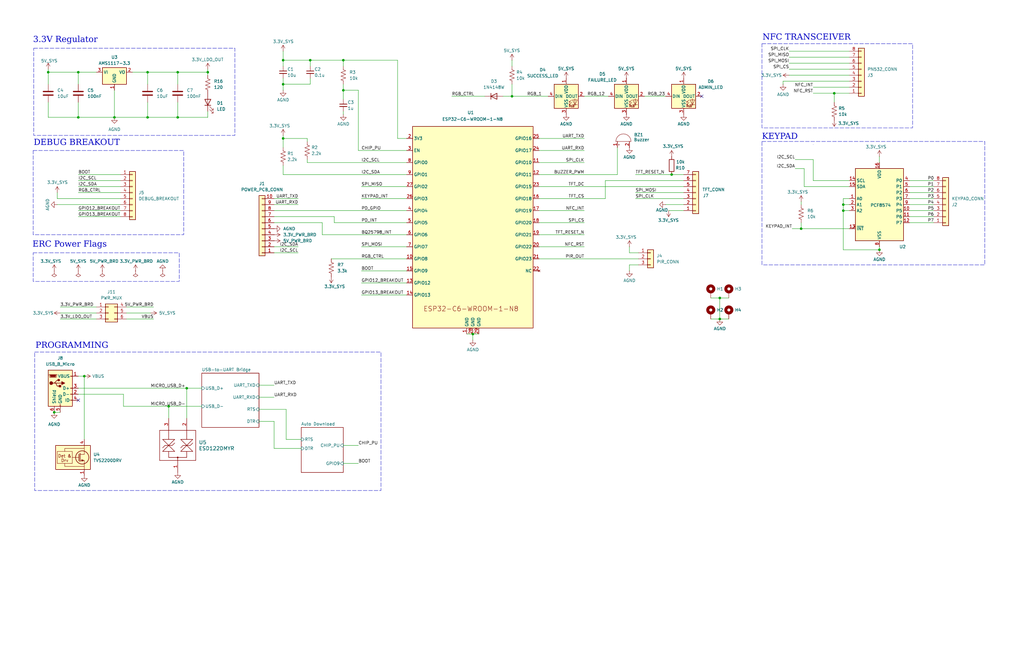
<source format=kicad_sch>
(kicad_sch (version 20231120) (generator "eeschema") (generator_version "8.0")
  (paper "B")
  (title_block (title "SCAN") (date "2025-01-30") (rev "v1.1") (company "Senior Design Group 35"))
  (junction (at 370.84 105.41))
  (junction (at 119.38 25.4))
  (junction (at 74.93 30.48))
  (junction (at 144.78 25.4))
  (junction (at 303.53 134.62))
  (junction (at 144.78 38.1))
  (junction (at 62.23 49.53))
  (junction (at 71.12 171.45))
  (junction (at 119.38 58.42))
  (junction (at 35.56 158.75))
  (junction (at 33.02 49.53))
  (junction (at 22.86 173.99))
  (junction (at 303.53 125.73))
  (junction (at 215.9 40.64))
  (junction (at 119.38 35.56))
  (junction (at 351.79 39.37))
  (junction (at 199.39 140.97))
  (junction (at 78.74 163.83))
  (junction (at 62.23 30.48))
  (junction (at 87.63 30.48))
  (junction (at 355.6 88.9))
  (junction (at 48.26 49.53))
  (junction (at 130.81 25.4))
  (junction (at 283.21 73.66))
  (junction (at 20.32 30.48))
  (junction (at 337.82 96.52))
  (junction (at 33.02 30.48))
  (junction (at 74.93 49.53))
  (junction (at 355.6 86.36))
  (no_connect (at 295.91 40.64))
  (no_connect (at 33.02 168.91))
  (wire (pts (xy 120.65 185.42) (xy 120.65 172.72)))
  (wire (pts (xy 119.38 69.85) (xy 119.38 73.66)))
  (wire (pts (xy 342.9 76.2) (xy 358.14 76.2)))
  (wire (pts (xy 62.23 30.48) (xy 74.93 30.48)))
  (wire (pts (xy 129.54 58.42) (xy 119.38 58.42)))
  (wire (pts (xy 335.28 71.12) (xy 339.09 71.12)))
  (wire (pts (xy 119.38 73.66) (xy 171.45 73.66)))
  (wire (pts (xy 355.6 86.36) (xy 355.6 88.9)))
  (wire (pts (xy 339.09 78.74) (xy 358.14 78.74)))
  (wire (pts (xy 260.35 62.23) (xy 260.35 73.66)))
  (wire (pts (xy 271.78 40.64) (xy 280.67 40.64)))
  (wire (pts (xy 337.82 96.52) (xy 337.82 93.98)))
  (wire (pts (xy 33.02 81.28) (xy 50.8 81.28)))
  (wire (pts (xy 24.13 83.82) (xy 50.8 83.82)))
  (wire (pts (xy 215.9 40.64) (xy 231.14 40.64)))
  (wire (pts (xy 74.93 30.48) (xy 87.63 30.48)))
  (wire (pts (xy 199.39 140.97) (xy 201.93 140.97)))
  (wire (pts (xy 62.23 30.48) (xy 62.23 35.56)))
  (wire (pts (xy 335.28 67.31) (xy 342.9 67.31)))
  (wire (pts (xy 129.54 67.31) (xy 129.54 68.58)))
  (wire (pts (xy 151.13 195.58) (xy 144.78 195.58)))
  (wire (pts (xy 135.89 99.06) (xy 171.45 99.06)))
  (wire (pts (xy 283.21 73.66) (xy 288.29 73.66)))
  (wire (pts (xy 337.82 85.09) (xy 337.82 86.36)))
  (wire (pts (xy 167.64 25.4) (xy 167.64 58.42)))
  (wire (pts (xy 62.23 49.53) (xy 74.93 49.53)))
  (wire (pts (xy 129.54 68.58) (xy 171.45 68.58)))
  (wire (pts (xy 48.26 38.1) (xy 48.26 49.53)))
  (wire (pts (xy 265.43 111.76) (xy 265.43 114.3)))
  (wire (pts (xy 52.07 171.45) (xy 71.12 171.45)))
  (wire (pts (xy 190.5 40.64) (xy 204.47 40.64)))
  (wire (pts (xy 303.53 125.73) (xy 303.53 134.62)))
  (wire (pts (xy 351.79 39.37) (xy 358.14 39.37)))
  (wire (pts (xy 383.54 86.36) (xy 393.7 86.36)))
  (wire (pts (xy 144.78 25.4) (xy 144.78 27.94)))
  (wire (pts (xy 370.84 66.04) (xy 370.84 68.58)))
  (wire (pts (xy 152.4 104.14) (xy 171.45 104.14)))
  (wire (pts (xy 71.12 171.45) (xy 85.09 171.45)))
  (wire (pts (xy 337.82 96.52) (xy 358.14 96.52)))
  (wire (pts (xy 52.07 171.45) (xy 52.07 166.37)))
  (wire (pts (xy 355.6 88.9) (xy 358.14 88.9)))
  (wire (pts (xy 303.53 134.62) (xy 307.34 134.62)))
  (wire (pts (xy 33.02 158.75) (xy 35.56 158.75)))
  (wire (pts (xy 332.74 31.75) (xy 358.14 31.75)))
  (wire (pts (xy 383.54 88.9) (xy 393.7 88.9)))
  (wire (pts (xy 227.33 93.98) (xy 246.38 93.98)))
  (wire (pts (xy 267.97 83.82) (xy 288.29 83.82)))
  (wire (pts (xy 20.32 30.48) (xy 33.02 30.48)))
  (wire (pts (xy 120.65 185.42) (xy 127 185.42)))
  (wire (pts (xy 196.85 140.97) (xy 199.39 140.97)))
  (wire (pts (xy 393.7 78.74) (xy 383.54 78.74)))
  (wire (pts (xy 167.64 25.4) (xy 144.78 25.4)))
  (wire (pts (xy 152.4 83.82) (xy 171.45 83.82)))
  (wire (pts (xy 303.53 125.73) (xy 307.34 125.73)))
  (wire (pts (xy 115.57 189.23) (xy 115.57 177.8)))
  (wire (pts (xy 33.02 49.53) (xy 33.02 43.18)))
  (wire (pts (xy 139.7 109.22) (xy 171.45 109.22)))
  (wire (pts (xy 199.39 140.97) (xy 199.39 143.51)))
  (wire (pts (xy 288.29 76.2) (xy 255.27 76.2)))
  (wire (pts (xy 227.33 109.22) (xy 269.24 109.22)))
  (wire (pts (xy 339.09 71.12) (xy 339.09 78.74)))
  (wire (pts (xy 151.13 38.1) (xy 151.13 63.5)))
  (wire (pts (xy 280.67 86.36) (xy 288.29 86.36)))
  (wire (pts (xy 227.33 78.74) (xy 288.29 78.74)))
  (wire (pts (xy 351.79 39.37) (xy 351.79 43.18)))
  (wire (pts (xy 55.88 30.48) (xy 62.23 30.48)))
  (wire (pts (xy 140.97 91.44) (xy 140.97 93.98)))
  (wire (pts (xy 330.2 35.56) (xy 330.2 34.29)))
  (wire (pts (xy 332.74 21.59) (xy 358.14 21.59)))
  (wire (pts (xy 87.63 31.75) (xy 87.63 30.48)))
  (wire (pts (xy 299.72 125.73) (xy 303.53 125.73)))
  (wire (pts (xy 119.38 35.56) (xy 130.81 35.56)))
  (wire (pts (xy 167.64 58.42) (xy 171.45 58.42)))
  (wire (pts (xy 267.97 73.66) (xy 283.21 73.66)))
  (wire (pts (xy 33.02 91.44) (xy 50.8 91.44)))
  (wire (pts (xy 78.74 163.83) (xy 78.74 176.53)))
  (wire (pts (xy 33.02 76.2) (xy 50.8 76.2)))
  (wire (pts (xy 33.02 88.9) (xy 50.8 88.9)))
  (wire (pts (xy 33.02 78.74) (xy 50.8 78.74)))
  (wire (pts (xy 383.54 93.98) (xy 393.7 93.98)))
  (wire (pts (xy 130.81 25.4) (xy 144.78 25.4)))
  (wire (pts (xy 33.02 30.48) (xy 33.02 35.56)))
  (wire (pts (xy 71.12 171.45) (xy 71.12 176.53)))
  (wire (pts (xy 119.38 57.15) (xy 119.38 58.42)))
  (wire (pts (xy 33.02 30.48) (xy 40.64 30.48)))
  (wire (pts (xy 135.89 93.98) (xy 135.89 99.06)))
  (wire (pts (xy 115.57 88.9) (xy 171.45 88.9)))
  (wire (pts (xy 33.02 49.53) (xy 48.26 49.53)))
  (wire (pts (xy 48.26 49.53) (xy 62.23 49.53)))
  (wire (pts (xy 20.32 30.48) (xy 20.32 35.56)))
  (wire (pts (xy 115.57 177.8) (xy 109.22 177.8)))
  (wire (pts (xy 120.65 172.72) (xy 109.22 172.72)))
  (wire (pts (xy 246.38 40.64) (xy 256.54 40.64)))
  (wire (pts (xy 74.93 49.53) (xy 87.63 49.53)))
  (wire (pts (xy 140.97 93.98) (xy 171.45 93.98)))
  (wire (pts (xy 20.32 43.18) (xy 20.32 49.53)))
  (wire (pts (xy 332.74 29.21) (xy 358.14 29.21)))
  (wire (pts (xy 63.5 132.08) (xy 53.34 132.08)))
  (wire (pts (xy 355.6 83.82) (xy 358.14 83.82)))
  (wire (pts (xy 246.38 63.5) (xy 227.33 63.5)))
  (wire (pts (xy 342.9 39.37) (xy 351.79 39.37)))
  (wire (pts (xy 119.38 27.94) (xy 119.38 25.4)))
  (wire (pts (xy 119.38 58.42) (xy 119.38 62.23)))
  (wire (pts (xy 119.38 25.4) (xy 130.81 25.4)))
  (wire (pts (xy 267.97 81.28) (xy 288.29 81.28)))
  (wire (pts (xy 355.6 83.82) (xy 355.6 86.36)))
  (wire (pts (xy 53.34 134.62) (xy 64.77 134.62)))
  (wire (pts (xy 125.73 83.82) (xy 115.57 83.82)))
  (wire (pts (xy 22.86 173.99) (xy 25.4 173.99)))
  (wire (pts (xy 393.7 76.2) (xy 383.54 76.2)))
  (wire (pts (xy 355.6 88.9) (xy 355.6 105.41)))
  (wire (pts (xy 25.4 132.08) (xy 40.64 132.08)))
  (wire (pts (xy 78.74 163.83) (xy 85.09 163.83)))
  (wire (pts (xy 20.32 29.21) (xy 20.32 30.48)))
  (wire (pts (xy 215.9 35.56) (xy 215.9 40.64)))
  (wire (pts (xy 265.43 106.68) (xy 265.43 104.14)))
  (wire (pts (xy 355.6 105.41) (xy 370.84 105.41)))
  (wire (pts (xy 246.38 58.42) (xy 227.33 58.42)))
  (wire (pts (xy 144.78 46.99) (xy 144.78 48.26)))
  (wire (pts (xy 24.13 86.36) (xy 50.8 86.36)))
  (wire (pts (xy 342.9 67.31) (xy 342.9 76.2)))
  (wire (pts (xy 334.01 96.52) (xy 337.82 96.52)))
  (wire (pts (xy 393.7 83.82) (xy 383.54 83.82)))
  (wire (pts (xy 152.4 124.46) (xy 171.45 124.46)))
  (wire (pts (xy 269.24 106.68) (xy 265.43 106.68)))
  (wire (pts (xy 144.78 35.56) (xy 144.78 38.1)))
  (wire (pts (xy 74.93 43.18) (xy 74.93 49.53)))
  (wire (pts (xy 24.13 81.28) (xy 24.13 83.82)))
  (wire (pts (xy 342.9 36.83) (xy 358.14 36.83)))
  (wire (pts (xy 246.38 68.58) (xy 227.33 68.58)))
  (wire (pts (xy 227.33 104.14) (xy 246.38 104.14)))
  (wire (pts (xy 151.13 63.5) (xy 171.45 63.5)))
  (wire (pts (xy 125.73 86.36) (xy 115.57 86.36)))
  (wire (pts (xy 33.02 73.66) (xy 50.8 73.66)))
  (wire (pts (xy 125.73 104.14) (xy 115.57 104.14)))
  (wire (pts (xy 74.93 30.48) (xy 74.93 35.56)))
  (wire (pts (xy 109.22 162.56) (xy 115.57 162.56)))
  (wire (pts (xy 115.57 106.68) (xy 125.73 106.68)))
  (wire (pts (xy 269.24 111.76) (xy 265.43 111.76)))
  (wire (pts (xy 355.6 86.36) (xy 358.14 86.36)))
  (wire (pts (xy 109.22 167.64) (xy 115.57 167.64)))
  (wire (pts (xy 20.32 49.53) (xy 33.02 49.53)))
  (wire (pts (xy 255.27 76.2) (xy 255.27 83.82)))
  (wire (pts (xy 332.74 24.13) (xy 358.14 24.13)))
  (wire (pts (xy 115.57 189.23) (xy 127 189.23)))
  (wire (pts (xy 383.54 91.44) (xy 393.7 91.44)))
  (wire (pts (xy 332.74 26.67) (xy 358.14 26.67)))
  (wire (pts (xy 215.9 25.4) (xy 215.9 27.94)))
  (wire (pts (xy 119.38 35.56) (xy 119.38 38.1)))
  (wire (pts (xy 87.63 46.99) (xy 87.63 49.53)))
  (wire (pts (xy 152.4 114.3) (xy 171.45 114.3)))
  (wire (pts (xy 152.4 119.38) (xy 171.45 119.38)))
  (wire (pts (xy 130.81 33.02) (xy 130.81 35.56)))
  (wire (pts (xy 35.56 158.75) (xy 35.56 185.42)))
  (wire (pts (xy 370.84 105.41) (xy 370.84 104.14)))
  (wire (pts (xy 281.94 88.9) (xy 288.29 88.9)))
  (wire (pts (xy 227.33 83.82) (xy 255.27 83.82)))
  (wire (pts (xy 212.09 40.64) (xy 215.9 40.64)))
  (wire (pts (xy 119.38 21.59) (xy 119.38 25.4)))
  (wire (pts (xy 33.02 163.83) (xy 78.74 163.83)))
  (wire (pts (xy 152.4 78.74) (xy 171.45 78.74)))
  (wire (pts (xy 246.38 99.06) (xy 227.33 99.06)))
  (wire (pts (xy 115.57 91.44) (xy 140.97 91.44)))
  (wire (pts (xy 330.2 34.29) (xy 358.14 34.29)))
  (wire (pts (xy 227.33 88.9) (xy 246.38 88.9)))
  (wire (pts (xy 144.78 38.1) (xy 144.78 41.91)))
  (wire (pts (xy 53.34 129.54) (xy 64.77 129.54)))
  (wire (pts (xy 151.13 38.1) (xy 144.78 38.1)))
  (wire (pts (xy 299.72 134.62) (xy 303.53 134.62)))
  (wire (pts (xy 130.81 27.94) (xy 130.81 25.4)))
  (wire (pts (xy 115.57 93.98) (xy 135.89 93.98)))
  (wire (pts (xy 393.7 81.28) (xy 383.54 81.28)))
  (wire (pts (xy 144.78 187.96) (xy 151.13 187.96)))
  (wire (pts (xy 62.23 49.53) (xy 62.23 43.18)))
  (wire (pts (xy 119.38 33.02) (xy 119.38 35.56)))
  (wire (pts (xy 129.54 59.69) (xy 129.54 58.42)))
  (wire (pts (xy 40.64 134.62) (xy 25.4 134.62)))
  (wire (pts (xy 33.02 166.37) (xy 52.07 166.37)))
  (wire (pts (xy 40.64 129.54) (xy 25.4 129.54)))
  (wire (pts (xy 227.33 73.66) (xy 260.35 73.66)))
  (wire (pts (xy 87.63 29.21) (xy 87.63 30.48)))
  (rectangle (start 342.9 60.96) (end 342.9 60.96))
  (rectangle (start 14.605 148.59) (end 160.655 207.01) (stroke (width 0) (type dash)))
  (rectangle (start 321.31 18.415) (end 384.81 53.975) (stroke (width 0) (type dash)))
  (rectangle (start 321.31 59.69) (end 415.29 111.76) (stroke (width 0) (type dash)))
  (rectangle (start 13.97 106.68) (end 75.565 118.745) (stroke (width 0) (type dash)))
  (rectangle (start 14.224 20.32) (end 99.06 57.15) (stroke (width 0) (type dash)))
  (rectangle (start 13.97 63.5) (end 77.47 99.06) (stroke (width 0) (type dash)))
  (text "DEBUG BREAKOUT" (at 14.224 62.484 0) (effects (font (size 2.54 2.54) (thickness 0.3175)) (justify left bottom)))
  (text "PROGRAMMING" (at 14.986 148.082 0) (effects (font (size 2.54 2.54) (thickness 0.3175)) (justify left bottom)))
  (text "ERC Power Flags" (at 13.716 105.41 0) (effects (font (size 2.54 2.54) (thickness 0.3175)) (justify left bottom)))
  (text "KEYPAD" (at 321.31 59.944 0) (effects (font (size 2.54 2.54) (thickness 0.3175)) (justify left bottom)))
  (text "3.3V Regulator" (at 13.97 19.05 0) (effects (font (size 2.54 2.54) (thickness 0.3175)) (justify left bottom)))
  (text "NFC TRANSCEIVER" (at 321.564 18.034 0) (effects (font (size 2.54 2.54) (thickness 0.3175)) (justify left bottom)))
  (label "GPIO13_BREAKOUT" (at 33.02 91.44 0))
  (label "UART_RXD" (at 246.38 63.5 180))
  (label "SPI_MOSI" (at 152.4 104.14 0))
  (label "NFC_RST" (at 246.38 104.14 180))
  (label "P2" (at 391.16 81.28 0))
  (label "MICRO_USB_D-" (at 63.5 171.45 0))
  (label "BOOT" (at 152.4 114.3 0))
  (label "RGB_CTRL" (at 33.02 81.28 0))
  (label "NFC_INT" (at 342.9 36.83 180))
  (label "UART_RXD" (at 125.73 86.36 180))
  (label "GPIO12_BREAKOUT" (at 33.02 88.9 0))
  (label "RGB_12" (at 247.65 40.64 0))
  (label "P1" (at 391.16 78.74 0))
  (label "UART_TXD" (at 125.73 83.82 180))
  (label "SPI_CLK" (at 332.74 21.59 180))
  (label "UART_TXD" (at 246.38 58.42 180))
  (label "KEYPAD_INT" (at 152.4 83.82 0))
  (label "NFC_RST" (at 342.9 39.37 180))
  (label "TFT_RESET_N" (at 267.97 73.66 0))
  (label "SPI_CS" (at 332.74 29.21 180))
  (label "RGB_1" (at 222.25 40.64 0))
  (label "RGB_CTRL" (at 152.4 109.22 0))
  (label "SPI_MISO" (at 152.4 78.74 0))
  (label "P0" (at 391.16 76.2 0))
  (label "BUZZER_PWM" (at 246.38 73.66 180))
  (label "UART_RXD" (at 115.57 167.64 0))
  (label "P7" (at 391.16 93.98 0))
  (label "5V_PWR_BRD" (at 64.77 129.54 180))
  (label "TFT_DC" (at 246.38 78.74 180))
  (label "TFT_CS" (at 246.38 83.82 180))
  (label "RGB_23" (at 273.05 40.64 0))
  (label "P4" (at 391.16 86.36 0))
  (label "SPI_CS" (at 246.38 93.98 180))
  (label "RGB_CTRL" (at 190.5 40.64 0))
  (label "I2C_SDA" (at 335.28 71.12 180))
  (label "SPI_MISO" (at 332.74 24.13 180))
  (label "PD_INT" (at 152.4 93.98 0))
  (label "SPI_MOSI" (at 332.74 26.67 180))
  (label "CHIP_PU" (at 152.4 63.5 0))
  (label "PD_GPIO" (at 152.4 88.9 0))
  (label "BOOT" (at 33.02 73.66 0))
  (label "I2C_SCL" (at 33.02 76.2 0))
  (label "I2C_SDA" (at 125.73 104.14 180))
  (label "BQ25798_INT" (at 165.1 99.06 180))
  (label "I2C_SCL" (at 335.28 67.31 180))
  (label "NFC_INT" (at 246.38 88.9 180))
  (label "3.3V_PWR_BRD" (at 25.4 129.54 0))
  (label "P6" (at 391.16 91.44 0))
  (label "GPIO13_BREAKOUT" (at 152.4 124.46 0))
  (label "I2C_SDA" (at 152.4 73.66 0))
  (label "P5" (at 391.16 88.9 0))
  (label "SPI_MOSI" (at 267.97 81.28 0))
  (label "PIR_OUT" (at 246.38 109.22 180))
  (label "I2C_SCL" (at 152.4 68.58 0))
  (label "KEYPAD_INT" (at 334.01 96.52 180))
  (label "P3" (at 391.16 83.82 0))
  (label "SPI_CLK" (at 246.38 68.58 180))
  (label "I2C_SCL" (at 125.73 106.68 180))
  (label "GPIO12_BREAKOUT" (at 152.4 119.38 0))
  (label "UART_TXD" (at 115.57 162.56 0))
  (label "MICRO_USB_D+" (at 63.5 163.83 0))
  (label "BOOT" (at 151.13 195.58 0))
  (label "VBUS" (at 64.77 134.62 180))
  (label "TFT_RESET_N" (at 246.38 99.06 180))
  (label "3.3V_LDO_OUT" (at 25.4 134.62 0))
  (label "CHIP_PU" (at 151.13 187.96 0))
  (label "I2C_SDA" (at 33.02 78.74 0))
  (label "SPI_CLK" (at 267.97 83.82 0))
  (symbol (lib_id "PCM_Espressif:ESP32-C6-WROOM-1") (at 199.39 86.36 0) (unit 1)
    (property "Reference" "U1" (at 197.104 47.498 0) (effects (justify left)))
    (property "Value" "ESP32-C6-WROOM-1-N8" (at 186.436 50.292 0) (effects (justify left)))
    (property "Footprint" "SCAN_footprints:ESP32-C6-WROOM-1-N8" (effects (hide yes)))
    (property "Datasheet" "https://www.espressif.com/sites/default/files/documentation/esp32-c6-wroom-1_wroom-1u_datasheet_en.pdf" (effects (hide yes)))
    (property "Description" "ESP32-C6-WROOM-1/U is a module that supports 2.4 GHz Wi-Fi 6 (802.11 ax), Bluetooth® 5 (LE), Zigbee and Thread (802.15.4)" (effects (hide yes)))
  )
  (symbol (lib_id "Device:R_US") (at 215.9 31.75 0) (unit 1)
    (property "Reference" "R4" (at 217.678 30.48 0) (effects (justify left)))
    (property "Value" "10k" (at 217.678 33.02 0) (effects (justify left)))
    (property "Footprint" "Resistor_SMD:R_0805_2012Metric" (effects (hide yes)))
    (property "Description" "Resistor, US symbol" (effects (hide yes)))
  )
  (symbol (lib_id "Device:C_Small") (at 130.81 30.48 0) (unit 1)
    (property "Reference" "C2" (at 132.588 29.21 0) (effects (justify left)))
    (property "Value" "0.1u" (at 132.588 31.75 0) (effects (justify left)))
    (property "Footprint" "Capacitor_SMD:C_0603_1608Metric" (effects (hide yes)))
    (property "Description" "50V, 10%" (effects (hide yes)))
  )
  (symbol (lib_id "Device:R_US") (at 144.78 31.75 0) (unit 1)
    (property "Reference" "R3" (at 147.32 30.4799 0) (effects (justify left)))
    (property "Value" "10k" (at 147.32 33.0199 0) (effects (justify left)))
    (property "Footprint" "Resistor_SMD:R_0805_2012Metric" (effects (hide yes)))
    (property "Description" "1%" (effects (hide yes)))
  )
  (symbol (lib_id "LED:WS2812B") (at 288.29 40.64 0) (unit 1)
    (property "Reference" "D6" (at 299.72 34.3214 0))
    (property "Value" "ADMIN_LED" (at 299.72 36.8614 0))
    (property "Footprint" "LED_SMD:LED_WS2812B_PLCC4_5.0x5.0mm_P3.2mm" (effects (hide yes)))
    (property "Datasheet" "https://cdn-shop.adafruit.com/datasheets/WS2812B.pdf" (effects (hide yes)))
    (property "Description" "RGB LED with integrated controller" (effects (hide yes)))
  )
  (symbol (lib_id "Regulator_Linear:AMS1117-3.3") (at 48.26 30.48 0) (unit 1)
    (property "Reference" "U3" (at 48.26 24.13 0))
    (property "Value" "AMS1117-3.3" (at 48.26 26.67 0))
    (property "Footprint" "Package_TO_SOT_SMD:SOT-223-3_TabPin2" (effects (hide yes)))
    (property "Datasheet" "http://www.advanced-monolithic.com/pdf/ds1117.pdf" (effects (hide yes)))
    (property "Description" "1A Low Dropout regulator, positive, 3.3V fixed output, SOT-223" (effects (hide yes)))
  )
  (symbol (lib_id "Device:C_Small") (at 144.78 44.45 0) (unit 1)
    (property "Reference" "C3" (at 146.558 43.18 0) (effects (justify left)))
    (property "Value" "1u" (at 146.558 45.72 0) (effects (justify left)))
    (property "Footprint" "Capacitor_SMD:C_0603_1608Metric" (effects (hide yes)))
    (property "Description" "16V, 10%" (effects (hide yes)))
  )
  (symbol (lib_id "Device:Buzzer") (at 262.89 59.69 90) (unit 1)
    (property "Reference" "BZ1" (at 271.272 56.896 90) (effects (justify left)))
    (property "Value" "Buzzer" (at 273.812 58.928 90) (effects (justify left)))
    (property "Footprint" "Buzzer_Beeper:Buzzer_12x9.5RM7.6" (effects (hide yes)))
    (property "Description" "Buzzer, polarized" (effects (hide yes)))
  )
  (symbol (lib_id "power:GND") (at 68.58 114.3 180) (unit 1)
    (property "Reference" "#PWR016" (effects (hide yes)))
    (property "Value" "AGND" (at 68.58 110.236 0))
    (property "Description" "Power symbol creates a global label with name \"GND\" , ground" (effects (hide yes)))
  )
  (symbol (lib_id "power:GND") (at 115.57 96.52 90) (unit 1)
    (property "Reference" "#PWR043" (effects (hide yes)))
    (property "Value" "AGND" (at 119.38 96.5199 90) (effects (justify right)))
    (property "Description" "Power symbol creates a global label with name \"GND\" , ground" (effects (hide yes)))
  )
  (symbol (lib_id "power:GND") (at 264.16 48.26 0) (unit 1)
    (property "Reference" "#PWR022" (effects (hide yes)))
    (property "Value" "AGND" (at 264.16 52.324 0))
    (property "Description" "Power symbol creates a global label with name \"GND\" , ground" (effects (hide yes)))
  )
  (symbol (lib_id "Interface_Expansion:PCF8574") (at 370.84 86.36 0) (unit 1)
    (property "Reference" "U2" (at 379.222 104.14 0) (effects (justify left)))
    (property "Value" "PCF8574" (at 367.03 86.614 0) (effects (justify left)))
    (property "Footprint" "SCAN_footprints:DIP794W45P254L1969H508Q16" (effects (hide yes)))
    (property "Datasheet" "http://www.nxp.com/docs/en/data-sheet/PCF8574_PCF8574A.pdf" (effects (hide yes)))
    (property "Description" "8 Bit Port/Expander to I2C Bus, DIP/SOIC-16" (effects (hide yes)))
  )
  (symbol (lib_id "power:GND") (at 370.84 105.41 0) (unit 1)
    (property "Reference" "#PWR03" (effects (hide yes)))
    (property "Value" "AGND" (at 370.84 109.474 0))
    (property "Description" "Power symbol creates a global label with name \"GND\" , ground" (effects (hide yes)))
  )
  (symbol (lib_id "power:+3.3V") (at 215.9 25.4 0) (unit 1)
    (property "Reference" "#PWR012" (effects (hide yes)))
    (property "Value" "5V_SYS" (at 212.344 21.336 0) (effects (justify left)))
    (property "Description" "Power symbol creates a global label with name \"+3.3V\"" (effects (hide yes)))
  )
  (symbol (lib_id "Connector_Generic:Conn_01x10") (at 110.49 96.52 180) (unit 1)
    (property "Reference" "J1" (at 110.49 77.47 0))
    (property "Value" "POWER_PCB_CONN" (at 110.49 80.01 0))
    (property "Footprint" "Connector_Molex:Molex_Micro-Fit_3.0_43650-1000_1x10_P3.00mm_Horizontal" (effects (hide yes)))
    (property "Description" "Generic connector, single row, 01x10, script generated (kicad-library-utils/schlib/autogen/connector/)" (effects (hide yes)))
  )
  (symbol (lib_id "power:+3.3V") (at 264.16 33.02 0) (unit 1)
    (property "Reference" "#PWR021" (effects (hide yes)))
    (property "Value" "5V_SYS" (at 260.604 28.956 0) (effects (justify left)))
    (property "Description" "Power symbol creates a global label with name \"+3.3V\"" (effects (hide yes)))
  )
  (symbol (lib_id "power:PWR_FLAG") (at 33.02 114.3 180) (unit 1)
    (property "Reference" "#FLG06" (effects (hide yes)))
    (property "Value" "PWR_FLAG" (effects (hide yes)))
    (property "Description" "Special symbol for telling ERC where power comes from" (effects (hide yes)))
  )
  (symbol (lib_id "Device:C") (at 33.02 39.37 0) (unit 1)
    (property "Reference" "C5" (at 36.83 38.0999 0) (effects (justify left)))
    (property "Value" "100nF" (at 36.83 40.6399 0) (effects (justify left)))
    (property "Footprint" "Capacitor_SMD:C_0603_1608Metric" (effects (hide yes)))
    (property "Description" "Unpolarized capacitor" (effects (hide yes)))
  )
  (symbol (lib_id "power:+3.3V") (at 22.86 114.3 0) (unit 1)
    (property "Reference" "#PWR015" (effects (hide yes)))
    (property "Value" "3.3V_SYS" (at 17.018 110.236 0) (effects (justify left)))
    (property "Description" "Power symbol creates a global label with name \"+3.3V\"" (effects (hide yes)))
  )
  (symbol (lib_id "power:GND") (at 119.38 38.1 0) (unit 1)
    (property "Reference" "#PWR06" (effects (hide yes)))
    (property "Value" "AGND" (at 119.38 42.164 0))
    (property "Description" "Power symbol creates a global label with name \"GND\" , ground" (effects (hide yes)))
  )
  (symbol (lib_id "power:+3.3V") (at 332.74 31.75 90) (unit 1)
    (property "Reference" "#PWR011" (effects (hide yes)))
    (property "Value" "3.3V_SYS" (at 329.692 31.75 90) (effects (justify left)))
    (property "Description" "Power symbol creates a global label with name \"+3.3V\"" (effects (hide yes)))
  )
  (symbol (lib_id "power:+3.3V") (at 139.7 116.84 180) (unit 1)
    (property "Reference" "#PWR019" (effects (hide yes)))
    (property "Value" "3.3V_SYS" (at 145.542 120.904 0) (effects (justify left)))
    (property "Description" "Power symbol creates a global label with name \"+3.3V\"" (effects (hide yes)))
  )
  (symbol (lib_id "power:GND") (at 265.43 114.3 0) (unit 1)
    (property "Reference" "#PWR030" (effects (hide yes)))
    (property "Value" "AGND" (at 265.43 118.364 0))
    (property "Description" "Power symbol creates a global label with name \"GND\" , ground" (effects (hide yes)))
  )
  (symbol (lib_id "power:GND") (at 22.86 173.99 0) (unit 1)
    (property "Reference" "#PWR020" (effects (hide yes)))
    (property "Value" "AGND" (at 22.86 179.07 0))
    (property "Description" "Power symbol creates a global label with name \"GND\" , ground" (effects (hide yes)))
  )
  (symbol (lib_id "power:PWR_FLAG") (at 57.15 114.3 180) (unit 1)
    (property "Reference" "#FLG05" (effects (hide yes)))
    (property "Value" "PWR_FLAG" (effects (hide yes)))
    (property "Description" "Special symbol for telling ERC where power comes from" (effects (hide yes)))
  )
  (symbol (lib_id "Connector:USB_B_Micro") (at 25.4 163.83 0) (unit 1)
    (property "Reference" "J8" (at 25.4 151.13 0))
    (property "Value" "USB_B_Micro" (at 25.4 153.67 0))
    (property "Footprint" "Connector_USB:USB_Micro-AB_Molex_47590-0001" (effects (hide yes)))
    (property "Description" "USB Micro Type B connector" (effects (hide yes)))
  )
  (symbol (lib_id "LED:WS2812B") (at 264.16 40.64 0) (unit 1)
    (property "Reference" "D5" (at 254 31.242 0))
    (property "Value" "FAILURE_LED" (at 254 33.782 0))
    (property "Footprint" "LED_SMD:LED_WS2812B_PLCC4_5.0x5.0mm_P3.2mm" (effects (hide yes)))
    (property "Datasheet" "https://cdn-shop.adafruit.com/datasheets/WS2812B.pdf" (effects (hide yes)))
    (property "Description" "RGB LED with integrated controller" (effects (hide yes)))
  )
  (symbol (lib_id "power:+3.3V") (at 370.84 66.04 0) (unit 1)
    (property "Reference" "#PWR02" (effects (hide yes)))
    (property "Value" "3.3V_SYS" (at 364.998 61.976 0) (effects (justify left)))
    (property "Description" "Power symbol creates a global label with name \"+3.3V\"" (effects (hide yes)))
  )
  (symbol (lib_id "custom_symbols:ESD122DMYR") (at 74.93 187.96 90) (unit 1)
    (property "Reference" "U5" (at 83.82 186.6899 90) (effects (font (size 1.524 1.524)) (justify right)))
    (property "Value" "ESD122DMYR" (at 83.82 189.2299 90) (effects (font (size 1.524 1.524)) (justify right)))
    (property "Footprint" "SCAN_footprints:DMY0003A" (effects (hide yes)))
    (property "Datasheet" "ESD122DMYR" (effects (hide yes)))
  )
  (symbol (lib_id "power:+3.3V") (at 35.56 158.75 270) (unit 1)
    (property "Reference" "#PWR027" (effects (hide yes)))
    (property "Value" "VBUS" (at 38.862 158.75 90) (effects (justify left)))
    (property "Description" "Power symbol creates a global label with name \"+3.3V\"" (effects (hide yes)))
  )
  (symbol (lib_id "power:PWR_FLAG") (at 22.86 114.3 180) (unit 1)
    (property "Reference" "#FLG01" (effects (hide yes)))
    (property "Value" "PWR_FLAG" (effects (hide yes)))
    (property "Description" "Special symbol for telling ERC where power comes from" (effects (hide yes)))
  )
  (symbol (lib_id "Diode:1N4148W") (at 208.28 40.64 0) (unit 1)
    (property "Reference" "D3" (at 208.28 34.29 0))
    (property "Value" "1N4148W" (at 208.28 36.83 0))
    (property "Footprint" "Diode_SMD:D_SOD-123" (effects (hide yes)))
    (property "Datasheet" "https://www.vishay.com/docs/85748/1n4148w.pdf" (effects (hide yes)))
    (property "Description" "75V 0.15A Fast Switching Diode, SOD-123" (effects (hide yes)))
    (property "Sim.Device" "D" (effects (hide yes)))
    (property "Sim.Pins" "1=K 2=A" (effects (hide yes)))
  )
  (symbol (lib_id "Connector_Generic:Conn_01x07") (at 293.37 81.28 0) (mirror x) (unit 1)
    (property "Reference" "J7" (at 296.418 82.55 0) (effects (justify left)))
    (property "Value" "TFT_CONN" (at 296.164 80.01 0) (effects (justify left)))
    (property "Footprint" "Connector_PinHeader_2.54mm:PinHeader_1x07_P2.54mm_Horizontal" (effects (hide yes)))
    (property "Description" "Generic connector, single row, 01x07, script generated (kicad-library-utils/schlib/autogen/connector/)" (effects (hide yes)))
  )
  (symbol (lib_id "Connector_Generic:Conn_01x08") (at 363.22 31.75 0) (mirror x) (unit 1)
    (property "Reference" "J3" (at 365.76 31.7501 0) (effects (justify left)))
    (property "Value" "PN532_CONN" (at 365.76 29.2101 0) (effects (justify left)))
    (property "Footprint" "Connector_PinHeader_2.54mm:PinHeader_1x08_P2.54mm_Horizontal" (effects (hide yes)))
    (property "Description" "Generic connector, single row, 01x08, script generated (kicad-library-utils/schlib/autogen/connector/)" (effects (hide yes)))
  )
  (symbol (lib_id "power:GND") (at 265.43 62.23 0) (unit 1)
    (property "Reference" "#PWR010" (effects (hide yes)))
    (property "Value" "AGND" (at 265.43 66.294 0))
    (property "Description" "Power symbol creates a global label with name \"GND\" , ground" (effects (hide yes)))
  )
  (symbol (lib_id "power:PWR_FLAG") (at 68.58 114.3 180) (unit 1)
    (property "Reference" "#FLG02" (effects (hide yes)))
    (property "Value" "PWR_FLAG" (effects (hide yes)))
    (property "Description" "Special symbol for telling ERC where power comes from" (effects (hide yes)))
  )
  (symbol (lib_id "Device:R_US") (at 337.82 90.17 0) (unit 1)
    (property "Reference" "R6" (at 340.36 88.8999 0) (effects (justify left)))
    (property "Value" "10k" (at 340.36 91.4399 0) (effects (justify left)))
    (property "Footprint" "Resistor_SMD:R_0805_2012Metric" (effects (hide yes)))
    (property "Description" "Resistor, US symbol" (effects (hide yes)))
  )
  (symbol (lib_id "Mechanical:MountingHole_Pad") (at 307.34 123.19 0) (unit 1) (exclude_from_sim yes) (in_bom no)
    (property "Reference" "H3" (at 309.88 121.9199 0) (effects (justify left)))
    (property "Value" "MountingHole_Pad" (effects (hide yes)))
    (property "Footprint" "MountingHole:MountingHole_3.2mm_M3_DIN965_Pad" (effects (hide yes)))
    (property "Description" "Mounting Hole with connection" (effects (hide yes)))
  )
  (symbol (lib_id "power:+3.3V") (at 20.32 29.21 0) (unit 1)
    (property "Reference" "#PWR034" (effects (hide yes)))
    (property "Value" "5V_SYS" (at 17.272 25.654 0) (effects (justify left)))
    (property "Description" "Power symbol creates a global label with name \"+3.3V\"" (effects (hide yes)))
  )
  (symbol (lib_id "power:GND") (at 330.2 35.56 0) (unit 1)
    (property "Reference" "#PWR026" (effects (hide yes)))
    (property "Value" "AGND" (at 330.2 39.878 0))
    (property "Description" "Power symbol creates a global label with name \"GND\" , ground" (effects (hide yes)))
  )
  (symbol (lib_id "Mechanical:MountingHole_Pad") (at 299.72 123.19 0) (unit 1) (exclude_from_sim yes) (in_bom no)
    (property "Reference" "H1" (at 302.26 121.9199 0) (effects (justify left)))
    (property "Value" "MountingHole_Pad" (effects (hide yes)))
    (property "Footprint" "MountingHole:MountingHole_3.2mm_M3_DIN965_Pad" (effects (hide yes)))
    (property "Description" "Mounting Hole with connection" (effects (hide yes)))
  )
  (symbol (lib_id "power:+3.3V") (at 351.79 50.8 180) (unit 1)
    (property "Reference" "#PWR04" (effects (hide yes)))
    (property "Value" "3.3V_SYS" (at 362.204 52.07 0) (effects (justify left)))
    (property "Description" "Power symbol creates a global label with name \"+3.3V\"" (effects (hide yes)))
  )
  (symbol (lib_id "power:+3.3V") (at 25.4 132.08 90) (mirror x) (unit 1)
    (property "Reference" "#PWR042" (effects (hide yes)))
    (property "Value" "3.3V_SYS" (at 22.606 132.08 90) (effects (justify left)))
    (property "Description" "Power symbol creates a global label with name \"+3.3V\"" (effects (hide yes)))
  )
  (symbol (lib_id "power:GND") (at 74.93 199.39 0) (unit 1)
    (property "Reference" "#PWR036" (effects (hide yes)))
    (property "Value" "AGND" (at 74.93 203.454 0))
    (property "Description" "Power symbol creates a global label with name \"GND\" , ground" (effects (hide yes)))
  )
  (symbol (lib_id "power:+3.3V") (at 238.76 33.02 0) (unit 1)
    (property "Reference" "#PWR013" (effects (hide yes)))
    (property "Value" "5V_SYS" (at 235.204 28.956 0) (effects (justify left)))
    (property "Description" "Power symbol creates a global label with name \"+3.3V\"" (effects (hide yes)))
  )
  (symbol (lib_id "power:+3.3V") (at 119.38 21.59 0) (unit 1)
    (property "Reference" "#PWR05" (effects (hide yes)))
    (property "Value" "3.3V_SYS" (at 115.062 17.526 0) (effects (justify left)))
    (property "Description" "Power symbol creates a global label with name \"+3.3V\"" (effects (hide yes)))
  )
  (symbol (lib_id "power:+3.3V") (at 288.29 33.02 0) (unit 1)
    (property "Reference" "#PWR023" (effects (hide yes)))
    (property "Value" "5V_SYS" (at 284.734 28.956 0) (effects (justify left)))
    (property "Description" "Power symbol creates a global label with name \"+3.3V\"" (effects (hide yes)))
  )
  (symbol (lib_id "power:GND") (at 303.53 134.62 0) (unit 1)
    (property "Reference" "#PWR048" (effects (hide yes)))
    (property "Value" "AGND" (at 303.53 138.684 0))
    (property "Description" "Power symbol creates a global label with name \"GND\" , ground" (effects (hide yes)))
  )
  (symbol (lib_id "power:+3.3V") (at 57.15 114.3 0) (mirror y) (unit 1)
    (property "Reference" "#PWR018" (effects (hide yes)))
    (property "Value" "3.3V_PWR_BRD" (at 64.516 110.236 0) (effects (justify left)))
    (property "Description" "Power symbol creates a global label with name \"+3.3V\"" (effects (hide yes)))
  )
  (symbol (lib_id "Device:R_US") (at 119.38 66.04 0) (unit 1)
    (property "Reference" "R1" (at 121.158 64.77 0) (effects (justify left)))
    (property "Value" "2.2k" (at 121.158 67.31 0) (effects (justify left)))
    (property "Footprint" "Resistor_SMD:R_0805_2012Metric" (effects (hide yes)))
    (property "Description" "Resistor, US symbol" (effects (hide yes)))
  )
  (symbol (lib_id "power:+3.3V") (at 24.13 81.28 0) (unit 1)
    (property "Reference" "#PWR025" (effects (hide yes)))
    (property "Value" "3.3V_SYS" (at 19.812 76.962 0) (effects (justify left)))
    (property "Description" "Power symbol creates a global label with name \"+3.3V\"" (effects (hide yes)))
  )
  (symbol (lib_id "Device:LED") (at 87.63 43.18 90) (unit 1)
    (property "Reference" "D1" (at 91.44 43.4974 90) (effects (justify right)))
    (property "Value" "LED" (at 91.44 46.0374 90) (effects (justify right)))
    (property "Footprint" "LED_SMD:LED_1206_3216Metric" (effects (hide yes)))
    (property "Description" "Light emitting diode" (effects (hide yes)))
  )
  (symbol (lib_id "power:+3.3V") (at 119.38 57.15 0) (unit 1)
    (property "Reference" "#PWR07" (effects (hide yes)))
    (property "Value" "3.3V_SYS" (at 113.538 53.086 0) (effects (justify left)))
    (property "Description" "Power symbol creates a global label with name \"+3.3V\"" (effects (hide yes)))
  )
  (symbol (lib_id "Device:C") (at 74.93 39.37 0) (unit 1)
    (property "Reference" "C7" (at 78.74 38.0999 0) (effects (justify left)))
    (property "Value" "100nF" (at 78.74 40.6399 0) (effects (justify left)))
    (property "Footprint" "Capacitor_SMD:C_0603_1608Metric" (effects (hide yes)))
    (property "Description" "Unpolarized capacitor" (effects (hide yes)))
  )
  (symbol (lib_id "power:GND") (at 24.13 86.36 270) (unit 1)
    (property "Reference" "#PWR028" (effects (hide yes)))
    (property "Value" "AGND" (at 20.066 86.36 0))
    (property "Description" "Power symbol creates a global label with name \"GND\" , ground" (effects (hide yes)))
  )
  (symbol (lib_id "Device:R_US") (at 87.63 35.56 0) (unit 1)
    (property "Reference" "R16" (at 90.17 34.2899 0) (effects (justify left)))
    (property "Value" "120" (at 90.17 36.8299 0) (effects (justify left)))
    (property "Footprint" "Resistor_SMD:R_0805_2012Metric" (effects (hide yes)))
    (property "Description" "Resistor, US symbol" (effects (hide yes)))
  )
  (symbol (lib_id "Device:R_US") (at 139.7 113.03 0) (unit 1)
    (property "Reference" "R7" (at 142.24 111.7599 0) (effects (justify left)))
    (property "Value" "3.3k" (at 142.24 114.2999 0) (effects (justify left)))
    (property "Footprint" "Resistor_SMD:R_0805_2012Metric" (effects (hide yes)))
    (property "Description" "Resistor, US symbol" (effects (hide yes)))
  )
  (symbol (lib_id "power:GND") (at 238.76 48.26 0) (unit 1)
    (property "Reference" "#PWR017" (effects (hide yes)))
    (property "Value" "AGND" (at 238.76 52.324 0))
    (property "Description" "Power symbol creates a global label with name \"GND\" , ground" (effects (hide yes)))
  )
  (symbol (lib_id "power:+3.3V") (at 63.5 132.08 270) (unit 1)
    (property "Reference" "#PWR044" (effects (hide yes)))
    (property "Value" "5V_SYS" (at 67.056 132.08 90) (effects (justify left)))
    (property "Description" "Power symbol creates a global label with name \"+3.3V\"" (effects (hide yes)))
  )
  (symbol (lib_id "power:+3.3V") (at 115.57 101.6 270) (mirror x) (unit 1)
    (property "Reference" "#PWR047" (effects (hide yes)))
    (property "Value" "5V_PWR_BRD" (at 119.38 101.6001 90) (effects (justify left)))
    (property "Description" "Power symbol creates a global label with name \"+3.3V\"" (effects (hide yes)))
  )
  (symbol (lib_id "power:PWR_FLAG") (at 43.18 114.3 180) (unit 1)
    (property "Reference" "#FLG04" (effects (hide yes)))
    (property "Value" "PWR_FLAG" (effects (hide yes)))
    (property "Description" "Special symbol for telling ERC where power comes from" (effects (hide yes)))
  )
  (symbol (lib_id "Connector_Generic:Conn_01x08") (at 398.78 86.36 0) (mirror x) (unit 1)
    (property "Reference" "J2" (at 401.32 86.3601 0) (effects (justify left)))
    (property "Value" "KEYPAD_CONN" (at 401.32 83.8201 0) (effects (justify left)))
    (property "Footprint" "Connector_PinHeader_2.54mm:PinHeader_1x08_P2.54mm_Horizontal" (effects (hide yes)))
    (property "Description" "Generic connector, single row, 01x08, script generated (kicad-library-utils/schlib/autogen/connector/)" (effects (hide yes)))
  )
  (symbol (lib_id "power:GND") (at 280.67 86.36 270) (unit 1)
    (property "Reference" "#PWR040" (effects (hide yes)))
    (property "Value" "AGND" (at 279.146 88.646 90))
    (property "Description" "Power symbol creates a global label with name \"GND\" , ground" (effects (hide yes)))
  )
  (symbol (lib_id "Device:C_Small") (at 119.38 30.48 0) (unit 1)
    (property "Reference" "C1" (at 121.158 29.21 0) (effects (justify left)))
    (property "Value" "10u" (at 121.158 31.75 0) (effects (justify left)))
    (property "Footprint" "Capacitor_SMD:C_0603_1608Metric" (effects (hide yes)))
    (property "Description" "25V, 20%" (effects (hide yes)))
  )
  (symbol (lib_id "power:+3.3V") (at 265.43 104.14 0) (unit 1)
    (property "Reference" "#PWR029" (effects (hide yes)))
    (property "Value" "3.3V_SYS" (at 259.588 100.076 0) (effects (justify left)))
    (property "Description" "Power symbol creates a global label with name \"+3.3V\"" (effects (hide yes)))
  )
  (symbol (lib_id "power:GND") (at 48.26 49.53 0) (unit 1)
    (property "Reference" "#PWR033" (effects (hide yes)))
    (property "Value" "AGND" (at 48.26 54.61 0))
    (property "Description" "Power symbol creates a global label with name \"GND\" , ground" (effects (hide yes)))
  )
  (symbol (lib_id "Device:R_US") (at 129.54 63.5 0) (unit 1)
    (property "Reference" "R2" (at 131.318 62.23 0) (effects (justify left)))
    (property "Value" "2.2k" (at 131.318 64.77 0) (effects (justify left)))
    (property "Footprint" "Resistor_SMD:R_0805_2012Metric" (effects (hide yes)))
    (property "Description" "Resistor, US symbol" (effects (hide yes)))
  )
  (symbol (lib_id "power:+3.3V") (at 281.94 88.9 180) (unit 1)
    (property "Reference" "#PWR035" (effects (hide yes)))
    (property "Value" "3.3V_SYS" (at 286.258 92.964 0) (effects (justify left)))
    (property "Description" "Power symbol creates a global label with name \"+3.3V\"" (effects (hide yes)))
  )
  (symbol (lib_id "Connector_Generic:Conn_01x08") (at 55.88 81.28 0) (unit 1)
    (property "Reference" "J5" (at 58.42 81.2799 0) (effects (justify left)))
    (property "Value" "DEBUG_BREAKOUT" (at 58.42 83.8199 0) (effects (justify left)))
    (property "Footprint" "Connector_PinHeader_2.54mm:PinHeader_1x08_P2.54mm_Horizontal" (effects (hide yes)))
    (property "Description" "Generic connector, single row, 01x08, script generated (kicad-library-utils/schlib/autogen/connector/)" (effects (hide yes)))
  )
  (symbol (lib_id "Device:C") (at 20.32 39.37 0) (unit 1)
    (property "Reference" "C4" (at 24.13 38.0999 0) (effects (justify left)))
    (property "Value" "10uF" (at 24.13 40.6399 0) (effects (justify left)))
    (property "Footprint" "Capacitor_SMD:C_0603_1608Metric" (effects (hide yes)))
    (property "Description" "Unpolarized capacitor" (effects (hide yes)))
  )
  (symbol (lib_id "power:GND") (at 199.39 143.51 0) (unit 1)
    (property "Reference" "#PWR014" (effects (hide yes)))
    (property "Value" "AGND" (at 199.39 147.574 0))
    (property "Description" "Power symbol creates a global label with name \"GND\" , ground" (effects (hide yes)))
  )
  (symbol (lib_id "power:+3.3V") (at 115.57 99.06 270) (mirror x) (unit 1)
    (property "Reference" "#PWR046" (effects (hide yes)))
    (property "Value" "3.3V_PWR_BRD" (at 119.38 99.06 90) (effects (justify left)))
    (property "Description" "Power symbol creates a global label with name \"+3.3V\"" (effects (hide yes)))
  )
  (symbol (lib_id "Device:R") (at 283.21 69.85 180) (unit 1)
    (property "Reference" "R10" (at 288.798 70.866 0) (effects (justify left)))
    (property "Value" "10k" (at 288.798 68.326 0) (effects (justify left)))
    (property "Footprint" "Resistor_SMD:R_0805_2012Metric" (effects (hide yes)))
    (property "Description" "Resistor" (effects (hide yes)))
  )
  (symbol (lib_id "Connector_Generic:Conn_02x03_Top_Bottom") (at 45.72 132.08 0) (unit 1)
    (property "Reference" "J11" (at 46.99 123.19 0))
    (property "Value" "PWR_MUX" (at 46.99 125.73 0))
    (property "Footprint" "Connector_PinHeader_2.54mm:PinHeader_2x03_P2.54mm_Vertical" (effects (hide yes)))
    (property "Description" "Generic connector, double row, 02x03, top/bottom pin numbering scheme (row 1: 1...pins_per_row, row2: pins_per_row+1 ... num_pins), script generated (kicad-library-utils/schlib/autogen/connector/)" (effects (hide yes)))
  )
  (symbol (lib_id "power:+3.3V") (at 33.02 114.3 0) (unit 1)
    (property "Reference" "#PWR041" (effects (hide yes)))
    (property "Value" "5V_SYS" (at 29.464 110.236 0) (effects (justify left)))
    (property "Description" "Power symbol creates a global label with name \"+3.3V\"" (effects (hide yes)))
  )
  (symbol (lib_id "power:+3.3V") (at 283.21 66.04 0) (unit 1)
    (property "Reference" "#PWR037" (effects (hide yes)))
    (property "Value" "3.3V_SYS" (at 279.4 61.722 0) (effects (justify left)))
    (property "Description" "Power symbol creates a global label with name \"+3.3V\"" (effects (hide yes)))
  )
  (symbol (lib_id "Device:R_US") (at 351.79 46.99 0) (unit 1)
    (property "Reference" "R5" (at 353.568 45.72 0) (effects (justify left)))
    (property "Value" "10k" (at 353.568 48.26 0) (effects (justify left)))
    (property "Footprint" "Resistor_SMD:R_0805_2012Metric" (effects (hide yes)))
    (property "Description" "Resistor, US symbol" (effects (hide yes)))
  )
  (symbol (lib_id "Power_Protection:TVS2200DRV") (at 35.56 193.04 0) (unit 1)
    (property "Reference" "U4" (at 39.37 191.7699 0) (effects (justify left)))
    (property "Value" "TVS2200DRV" (at 39.37 194.3099 0) (effects (justify left)))
    (property "Footprint" "Package_SON:WSON-6-1EP_2x2mm_P0.65mm_EP1x1.6mm" (effects (hide yes)))
    (property "Datasheet" "http://www.ti.com/lit/ds/symlink/tvs2200.pdf" (effects (hide yes)))
    (property "Description" "Flat-Clamp Surge Protection Device. 22Vrwm, WSON-6" (effects (hide yes)))
  )
  (symbol (lib_id "power:+3.3V") (at 87.63 29.21 0) (unit 1)
    (property "Reference" "#PWR032" (effects (hide yes)))
    (property "Value" "3.3V_LDO_OUT" (at 80.772 25.146 0) (effects (justify left)))
    (property "Description" "Power symbol creates a global label with name \"+3.3V\"" (effects (hide yes)))
  )
  (symbol (lib_id "Mechanical:MountingHole_Pad") (at 299.72 132.08 0) (unit 1) (exclude_from_sim yes) (in_bom no)
    (property "Reference" "H2" (at 302.26 130.8099 0) (effects (justify left)))
    (property "Value" "MountingHole_Pad" (effects (hide yes)))
    (property "Footprint" "MountingHole:MountingHole_3.2mm_M3_DIN965_Pad" (effects (hide yes)))
    (property "Description" "Mounting Hole with connection" (effects (hide yes)))
  )
  (symbol (lib_id "LED:WS2812B") (at 238.76 40.64 0) (unit 1)
    (property "Reference" "D4" (at 228.854 29.464 0))
    (property "Value" "SUCCESS_LED" (at 228.854 32.004 0))
    (property "Footprint" "LED_SMD:LED_WS2812B_PLCC4_5.0x5.0mm_P3.2mm" (effects (hide yes)))
    (property "Datasheet" "https://cdn-shop.adafruit.com/datasheets/WS2812B.pdf" (effects (hide yes)))
    (property "Description" "RGB LED with integrated controller" (effects (hide yes)))
  )
  (symbol (lib_id "power:+3.3V") (at 337.82 85.09 0) (unit 1)
    (property "Reference" "#PWR01" (effects (hide yes)))
    (property "Value" "3.3V_SYS" (at 331.978 81.026 0) (effects (justify left)))
    (property "Description" "Power symbol creates a global label with name \"+3.3V\"" (effects (hide yes)))
  )
  (symbol (lib_id "power:GND") (at 288.29 48.26 0) (unit 1)
    (property "Reference" "#PWR024" (effects (hide yes)))
    (property "Value" "AGND" (at 288.29 52.324 0))
    (property "Description" "Power symbol creates a global label with name \"GND\" , ground" (effects (hide yes)))
  )
  (symbol (lib_id "power:GND") (at 35.56 200.66 0) (unit 1)
    (property "Reference" "#PWR045" (effects (hide yes)))
    (property "Value" "AGND" (at 35.56 204.724 0))
    (property "Description" "Power symbol creates a global label with name \"GND\" , ground" (effects (hide yes)))
  )
  (symbol (lib_id "Mechanical:MountingHole_Pad") (at 307.34 132.08 0) (unit 1) (exclude_from_sim yes) (in_bom no)
    (property "Reference" "H4" (at 309.88 130.8099 0) (effects (justify left)))
    (property "Value" "MountingHole_Pad" (effects (hide yes)))
    (property "Footprint" "MountingHole:MountingHole_3.2mm_M3_DIN965_Pad" (effects (hide yes)))
    (property "Description" "Mounting Hole with connection" (effects (hide yes)))
  )
  (symbol (lib_id "power:GND") (at 144.78 48.26 0) (unit 1)
    (property "Reference" "#PWR09" (effects (hide yes)))
    (property "Value" "AGND" (at 144.78 52.324 0))
    (property "Description" "Power symbol creates a global label with name \"GND\" , ground" (effects (hide yes)))
  )
  (symbol (lib_id "Device:C") (at 62.23 39.37 0) (unit 1)
    (property "Reference" "C6" (at 66.04 38.0999 0) (effects (justify left)))
    (property "Value" "10uF" (at 66.04 40.6399 0) (effects (justify left)))
    (property "Footprint" "Capacitor_SMD:C_0603_1608Metric" (effects (hide yes)))
    (property "Description" "Unpolarized capacitor" (effects (hide yes)))
  )
  (symbol (lib_id "power:+3.3V") (at 43.18 114.3 0) (mirror y) (unit 1)
    (property "Reference" "#PWR08" (effects (hide yes)))
    (property "Value" "5V_PWR_BRD" (at 50.038 110.236 0) (effects (justify left)))
    (property "Description" "Power symbol creates a global label with name \"+3.3V\"" (effects (hide yes)))
  )
  (symbol (lib_id "Connector_Generic:Conn_01x03") (at 274.32 109.22 0) (unit 1)
    (property "Reference" "J4" (at 276.86 107.9499 0) (effects (justify left)))
    (property "Value" "PIR_CONN" (at 276.86 110.4899 0) (effects (justify left)))
    (property "Footprint" "Connector_PinHeader_2.54mm:PinHeader_1x03_P2.54mm_Horizontal" (effects (hide yes)))
    (property "Description" "Generic connector, single row, 01x03, script generated (kicad-library-utils/schlib/autogen/connector/)" (effects (hide yes)))
  )
  (sheet (at 127 180.34) (size 17.78 19.05) (stroke (width 0.1524))
    (property "Sheetname" "Auto Download" (at 127 179.6284 0) (effects (justify left bottom)))
    (property "Sheetfile" "auto_download.kicad_sch" (effects (hide yes)))
    (pin "RTS" input (at 127 185.42 180))
    (pin "DTR" input (at 127 189.23 180))
    (pin "CHIP_PU" input (at 144.78 187.96 0))
    (pin "GPIO9" input (at 144.78 195.58 0))
  )
  (sheet (at 85.09 157.48) (size 24.13 22.86) (stroke (width 0.1524))
    (property "Sheetname" "USB-to-UART Bridge" (at 85.09 156.7684 0) (effects (justify left bottom)))
    (property "Sheetfile" "usb_uart.kicad_sch" (effects (hide yes)))
    (pin "USB_D+" input (at 85.09 163.83 180))
    (pin "USB_D-" input (at 85.09 171.45 180))
    (pin "UART_TXD" input (at 109.22 162.56 0))
    (pin "UART_RXD" input (at 109.22 167.64 0))
    (pin "RTS" input (at 109.22 172.72 0))
    (pin "DTR" input (at 109.22 177.8 0))
  )
)
</source>
